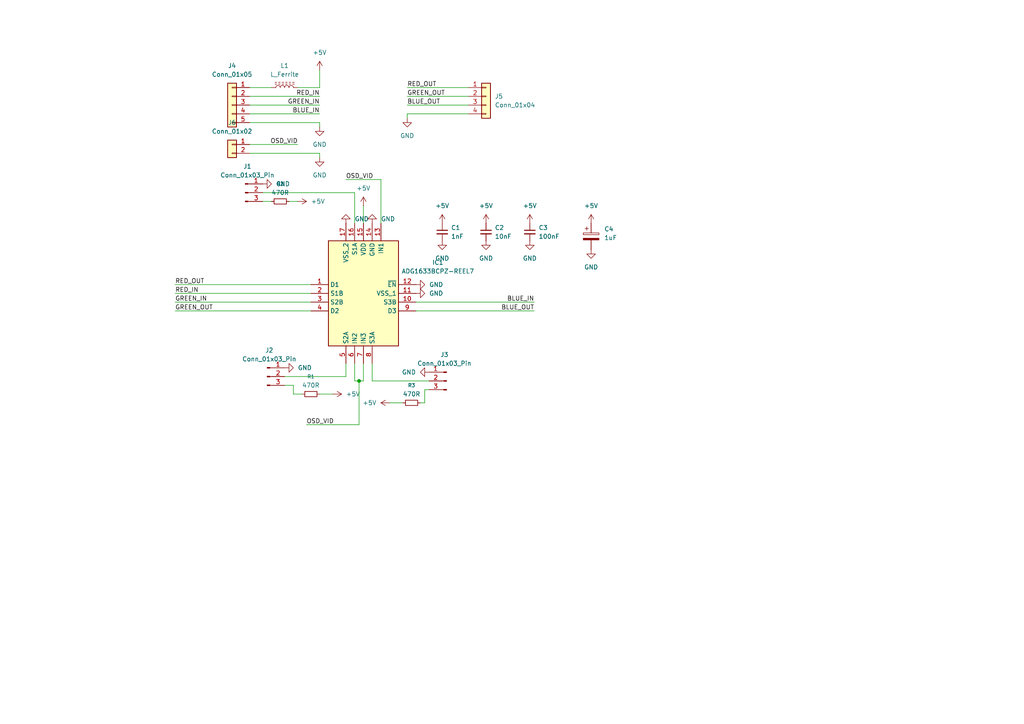
<source format=kicad_sch>
(kicad_sch (version 20250114) (generator "eeschema") (generator_version "9.0")
  (paper "A4")
  (lib_symbols
    (symbol "ADG1633BCPZ-REEL7:ADG1633BCPZ-REEL7"
      (property "Reference" "IC" (at 26.67 17.78 0))
      (property "Value" "ADG1633BCPZ-REEL7" (at 26.67 15.24 0))
      (symbol "ADG1633BCPZ-REEL7_1_1"
        (rectangle (start 5.08 12.7) (end 25.4 -17.78) (stroke (width 0.254)) (fill (type background)))
        (pin passive line (at 0 0 0) (length 5.08) (name "D1") (number "1"))
        (pin passive line (at 0 -2.54 0) (length 5.08) (name "S1B") (number "2"))
        (pin passive line (at 0 -5.08 0) (length 5.08) (name "S2B") (number "3"))
        (pin passive line (at 0 -7.62 0) (length 5.08) (name "D2") (number "4"))
        (pin passive line (at 10.16 17.78 270) (length 5.08) (name "VSS_2") (number "17"))
        (pin passive line (at 10.16 -22.86 90) (length 5.08) (name "S2A") (number "5"))
        (pin passive line (at 12.7 17.78 270) (length 5.08) (name "S1A") (number "16"))
        (pin passive line (at 12.7 -22.86 90) (length 5.08) (name "IN2") (number "6"))
        (pin passive line (at 15.24 17.78 270) (length 5.08) (name "VDD") (number "15"))
        (pin passive line (at 15.24 -22.86 90) (length 5.08) (name "IN3") (number "7"))
        (pin passive line (at 17.78 17.78 270) (length 5.08) (name "GND") (number "14"))
        (pin passive line (at 17.78 -22.86 90) (length 5.08) (name "S3A") (number "8"))
        (pin passive line (at 20.32 17.78 270) (length 5.08) (name "IN1") (number "13"))
        (pin passive line (at 30.48 0 180) (length 5.08) (name "~{EN}") (number "12"))
        (pin passive line (at 30.48 -2.54 180) (length 5.08) (name "VSS_1") (number "11"))
        (pin passive line (at 30.48 -5.08 180) (length 5.08) (name "S3B") (number "10"))
        (pin passive line (at 30.48 -7.62 180) (length 5.08) (name "D3") (number "9"))
      )
    )
    (symbol "Connector:Conn_01x03_Pin" (pin_names (offset 1.016) (hide yes))
      (property "Reference" "J" (at 0 5.08 0))
      (property "Value" "Conn_01x03_Pin" (at 0 -5.08 0))
      (symbol "Conn_01x03_Pin_1_1"
        (rectangle (start 0.8636 2.667) (end 0 2.413) (stroke (width 0.1524)) (fill (type outline)))
        (rectangle (start 0.8636 0.127) (end 0 -0.127) (stroke (width 0.1524)) (fill (type outline)))
        (rectangle (start 0.8636 -2.413) (end 0 -2.667) (stroke (width 0.1524)) (fill (type outline)))
        (polyline (pts (xy 1.27 2.54) (xy 0.8636 2.54)) (stroke (width 0.1524)))
        (polyline (pts (xy 1.27 0) (xy 0.8636 0)) (stroke (width 0.1524)))
        (polyline (pts (xy 1.27 -2.54) (xy 0.8636 -2.54)) (stroke (width 0.1524)))
        (pin passive line (at 5.08 2.54 180) (length 3.81) (name "Pin_1") (number "1"))
        (pin passive line (at 5.08 0 180) (length 3.81) (name "Pin_2") (number "2"))
        (pin passive line (at 5.08 -2.54 180) (length 3.81) (name "Pin_3") (number "3"))
      )
    )
    (symbol "Connector_Generic:Conn_01x02" (pin_names (offset 1.016) (hide yes))
      (property "Reference" "J" (at 0 2.54 0))
      (property "Value" "Conn_01x02" (at 0 -5.08 0))
      (symbol "Conn_01x02_1_1"
        (rectangle (start -1.27 1.27) (end 1.27 -3.81) (stroke (width 0.254)) (fill (type background)))
        (rectangle (start -1.27 0.127) (end 0 -0.127) (stroke (width 0.1524)))
        (rectangle (start -1.27 -2.413) (end 0 -2.667) (stroke (width 0.1524)))
        (pin passive line (at -5.08 0 0) (length 3.81) (name "Pin_1") (number "1"))
        (pin passive line (at -5.08 -2.54 0) (length 3.81) (name "Pin_2") (number "2"))
      )
    )
    (symbol "Connector_Generic:Conn_01x04" (pin_names (offset 1.016) (hide yes))
      (property "Reference" "J" (at 0 5.08 0))
      (property "Value" "Conn_01x04" (at 0 -7.62 0))
      (symbol "Conn_01x04_1_1"
        (rectangle (start -1.27 3.81) (end 1.27 -6.35) (stroke (width 0.254)) (fill (type background)))
        (rectangle (start -1.27 2.667) (end 0 2.413) (stroke (width 0.1524)))
        (rectangle (start -1.27 0.127) (end 0 -0.127) (stroke (width 0.1524)))
        (rectangle (start -1.27 -2.413) (end 0 -2.667) (stroke (width 0.1524)))
        (rectangle (start -1.27 -4.953) (end 0 -5.207) (stroke (width 0.1524)))
        (pin passive line (at -5.08 2.54 0) (length 3.81) (name "Pin_1") (number "1"))
        (pin passive line (at -5.08 0 0) (length 3.81) (name "Pin_2") (number "2"))
        (pin passive line (at -5.08 -2.54 0) (length 3.81) (name "Pin_3") (number "3"))
        (pin passive line (at -5.08 -5.08 0) (length 3.81) (name "Pin_4") (number "4"))
      )
    )
    (symbol "Connector_Generic:Conn_01x05" (pin_names (offset 1.016) (hide yes))
      (property "Reference" "J" (at 0 7.62 0))
      (property "Value" "Conn_01x05" (at 0 -7.62 0))
      (symbol "Conn_01x05_1_1"
        (rectangle (start -1.27 6.35) (end 1.27 -6.35) (stroke (width 0.254)) (fill (type background)))
        (rectangle (start -1.27 5.207) (end 0 4.953) (stroke (width 0.1524)))
        (rectangle (start -1.27 2.667) (end 0 2.413) (stroke (width 0.1524)))
        (rectangle (start -1.27 0.127) (end 0 -0.127) (stroke (width 0.1524)))
        (rectangle (start -1.27 -2.413) (end 0 -2.667) (stroke (width 0.1524)))
        (rectangle (start -1.27 -4.953) (end 0 -5.207) (stroke (width 0.1524)))
        (pin passive line (at -5.08 5.08 0) (length 3.81) (name "Pin_1") (number "1"))
        (pin passive line (at -5.08 2.54 0) (length 3.81) (name "Pin_2") (number "2"))
        (pin passive line (at -5.08 0 0) (length 3.81) (name "Pin_3") (number "3"))
        (pin passive line (at -5.08 -2.54 0) (length 3.81) (name "Pin_4") (number "4"))
        (pin passive line (at -5.08 -5.08 0) (length 3.81) (name "Pin_5") (number "5"))
      )
    )
    (symbol "Device:C_Polarized" (pin_numbers (hide yes)) (pin_names (offset 0.254))
      (property "Reference" "C" (at 0.635 2.54 0))
      (property "Value" "C_Polarized" (at 0.635 -2.54 0))
      (symbol "C_Polarized_0_1"
        (rectangle (start -2.286 0.508) (end 2.286 1.016))
        (polyline (pts (xy -1.778 2.286) (xy -0.762 2.286)))
        (polyline (pts (xy -1.27 2.794) (xy -1.27 1.778)))
        (rectangle (start 2.286 -0.508) (end -2.286 -1.016) (fill (type outline)))
      )
      (symbol "C_Polarized_1_1"
        (pin passive line (at 0 3.81 270) (length 2.794) (name "~") (number "1"))
        (pin passive line (at 0 -3.81 90) (length 2.794) (name "~") (number "2"))
      )
    )
    (symbol "Device:C_Small" (pin_numbers (hide yes)) (pin_names (offset 0.254) (hide yes))
      (property "Reference" "C" (at 0.254 1.778 0))
      (property "Value" "C_Small" (at 0.254 -2.032 0))
      (symbol "C_Small_0_1"
        (polyline (pts (xy -1.524 0.508) (xy 1.524 0.508)) (stroke (width 0.3048)))
        (polyline (pts (xy -1.524 -0.508) (xy 1.524 -0.508)) (stroke (width 0.3302)))
      )
      (symbol "C_Small_1_1"
        (pin passive line (at 0 2.54 270) (length 2.032) (name "~") (number "1"))
        (pin passive line (at 0 -2.54 90) (length 2.032) (name "~") (number "2"))
      )
    )
    (symbol "Device:L_Ferrite" (pin_numbers (hide yes)) (pin_names (offset 1.016) (hide yes))
      (property "Reference" "L" (at -1.27 0 90))
      (property "Value" "L_Ferrite" (at 2.794 0 90))
      (symbol "L_Ferrite_0_1"
        (arc (start 0 2.54) (mid 0.6323 1.905) (end 0 1.27))
        (arc (start 0 1.27) (mid 0.6323 0.635) (end 0 0))
        (arc (start 0 0) (mid 0.6323 -0.635) (end 0 -1.27))
        (arc (start 0 -1.27) (mid 0.6323 -1.905) (end 0 -2.54))
        (polyline (pts (xy 1.016 2.286) (xy 1.016 2.794)))
        (polyline (pts (xy 1.016 1.27) (xy 1.016 1.778)))
        (polyline (pts (xy 1.016 0.254) (xy 1.016 0.762)))
        (polyline (pts (xy 1.016 -0.762) (xy 1.016 -0.254)))
        (polyline (pts (xy 1.016 -1.778) (xy 1.016 -1.27)))
        (polyline (pts (xy 1.016 -2.794) (xy 1.016 -2.286)))
        (polyline (pts (xy 1.524 2.794) (xy 1.524 2.286)))
        (polyline (pts (xy 1.524 1.778) (xy 1.524 1.27)))
        (polyline (pts (xy 1.524 0.762) (xy 1.524 0.254)))
        (polyline (pts (xy 1.524 -0.254) (xy 1.524 -0.762)))
        (polyline (pts (xy 1.524 -1.27) (xy 1.524 -1.778)))
        (polyline (pts (xy 1.524 -2.286) (xy 1.524 -2.794)))
      )
      (symbol "L_Ferrite_1_1"
        (pin passive line (at 0 3.81 270) (length 1.27) (name "1") (number "1"))
        (pin passive line (at 0 -3.81 90) (length 1.27) (name "2") (number "2"))
      )
    )
    (symbol "Device:R_Small" (pin_numbers (hide yes)) (pin_names (offset 0.254) (hide yes))
      (property "Reference" "R" (at 0 0 90))
      (property "Value" "R_Small" (at 1.778 0 90))
      (symbol "R_Small_0_1"
        (rectangle (start -0.762 1.778) (end 0.762 -1.778) (stroke (width 0.2032)))
      )
      (symbol "R_Small_1_1"
        (pin passive line (at 0 2.54 270) (length 0.762) (name "~") (number "1"))
        (pin passive line (at 0 -2.54 90) (length 0.762) (name "~") (number "2"))
      )
    )
    (symbol "power:+5V" (power) (pin_numbers (hide yes)) (pin_names (offset 0) (hide yes))
      (property "Value" "+5V" (at 0 3.556 0))
      (symbol "+5V_0_1"
        (polyline (pts (xy -0.762 1.27) (xy 0 2.54)))
        (polyline (pts (xy 0 2.54) (xy 0.762 1.27)))
        (polyline (pts (xy 0 0) (xy 0 2.54)))
      )
      (symbol "+5V_1_1"
        (pin power_in line (at 0 0 90) (length 0) (name "~") (number "1"))
      )
    )
    (symbol "power:GND" (power) (pin_numbers (hide yes)) (pin_names (offset 0) (hide yes))
      (property "Value" "GND" (at 0 -3.81 0))
      (symbol "GND_0_1"
        (polyline (pts (xy 0 0) (xy 0 -1.27) (xy 1.27 -1.27) (xy 0 -2.54) (xy -1.27 -1.27) (xy 0 -1.27)))
      )
      (symbol "GND_1_1"
        (pin power_in line (at 0 0 270) (length 0) (name "~") (number "1"))
      )
    )
  )
  (junction (at 104.14 110.49))
  (wire (pts (xy 118.11 27.94) (xy 135.89 27.94)))
  (wire (pts (xy 72.39 30.48) (xy 92.71 30.48)))
  (wire (pts (xy 100.33 52.07) (xy 110.49 52.07)))
  (wire (pts (xy 72.39 41.91) (xy 86.36 41.91)))
  (wire (pts (xy 85.09 114.3) (xy 85.09 111.76)))
  (wire (pts (xy 118.11 33.02) (xy 118.11 34.29)))
  (wire (pts (xy 135.89 25.4) (xy 118.11 25.4)))
  (wire (pts (xy 72.39 44.45) (xy 92.71 44.45)))
  (wire (pts (xy 50.8 90.17) (xy 90.17 90.17)))
  (wire (pts (xy 50.8 82.55) (xy 90.17 82.55)))
  (wire (pts (xy 123.19 116.84) (xy 123.19 113.03)))
  (wire (pts (xy 72.39 25.4) (xy 78.74 25.4)))
  (wire (pts (xy 92.71 20.32) (xy 92.71 25.4)))
  (wire (pts (xy 87.63 114.3) (xy 85.09 114.3)))
  (wire (pts (xy 102.87 110.49) (xy 104.14 110.49)))
  (wire (pts (xy 76.2 55.88) (xy 102.87 55.88)))
  (wire (pts (xy 86.36 58.42) (xy 83.82 58.42)))
  (wire (pts (xy 72.39 33.02) (xy 92.71 33.02)))
  (wire (pts (xy 88.9 123.19) (xy 104.14 123.19)))
  (wire (pts (xy 50.8 87.63) (xy 90.17 87.63)))
  (wire (pts (xy 135.89 33.02) (xy 118.11 33.02)))
  (wire (pts (xy 113.03 116.84) (xy 116.84 116.84)))
  (wire (pts (xy 92.71 44.45) (xy 92.71 45.72)))
  (wire (pts (xy 124.46 110.49) (xy 107.95 110.49)))
  (wire (pts (xy 102.87 55.88) (xy 102.87 64.77)))
  (wire (pts (xy 50.8 85.09) (xy 90.17 85.09)))
  (wire (pts (xy 104.14 110.49) (xy 105.41 110.49)))
  (wire (pts (xy 72.39 27.94) (xy 92.71 27.94)))
  (wire (pts (xy 104.14 110.49) (xy 104.14 123.19)))
  (wire (pts (xy 85.09 111.76) (xy 82.55 111.76)))
  (wire (pts (xy 121.92 116.84) (xy 123.19 116.84)))
  (wire (pts (xy 105.41 59.69) (xy 105.41 64.77)))
  (wire (pts (xy 72.39 35.56) (xy 92.71 35.56)))
  (wire (pts (xy 92.71 35.56) (xy 92.71 36.83)))
  (wire (pts (xy 102.87 105.41) (xy 102.87 110.49)))
  (wire (pts (xy 82.55 109.22) (xy 100.33 109.22)))
  (wire (pts (xy 120.65 87.63) (xy 154.94 87.63)))
  (wire (pts (xy 118.11 30.48) (xy 135.89 30.48)))
  (wire (pts (xy 105.41 110.49) (xy 105.41 105.41)))
  (wire (pts (xy 123.19 113.03) (xy 124.46 113.03)))
  (wire (pts (xy 96.52 114.3) (xy 92.71 114.3)))
  (wire (pts (xy 100.33 109.22) (xy 100.33 105.41)))
  (wire (pts (xy 110.49 64.77) (xy 110.49 52.07)))
  (wire (pts (xy 86.36 25.4) (xy 92.71 25.4)))
  (wire (pts (xy 76.2 58.42) (xy 78.74 58.42)))
  (wire (pts (xy 107.95 110.49) (xy 107.95 105.41)))
  (wire (pts (xy 120.65 90.17) (xy 154.94 90.17)))
  (label "OSD_VID" (at 88.9 123.19 0))
  (label "RED_IN" (at 92.71 27.94 180))
  (label "RED_OUT" (at 118.11 25.4 0))
  (label "BLUE_IN" (at 92.71 33.02 180))
  (label "GREEN_IN" (at 92.71 30.48 180))
  (label "RED_IN" (at 50.8 85.09 0))
  (label "RED_OUT" (at 50.8 82.55 0))
  (label "GREEN_OUT" (at 118.11 27.94 0))
  (label "GREEN_IN" (at 50.8 87.63 0))
  (label "OSD_VID" (at 86.36 41.91 180))
  (label "GREEN_OUT" (at 50.8 90.17 0))
  (label "BLUE_OUT" (at 118.11 30.48 0))
  (label "OSD_VID" (at 100.33 52.07 0))
  (label "BLUE_IN" (at 154.94 87.63 180))
  (label "BLUE_OUT" (at 154.94 90.17 180))
  (symbol (lib_id "power:+5V") (at 128.27 64.77 0) (unit 1)
    (property "Reference" "#PWR011" (effects (hide yes)))
    (property "Value" "+5V" (at 128.27 59.69 0))
    (property "Description" "Power symbol creates a global label with name \"+5V\"" (effects (hide yes)))
  )
  (symbol (lib_id "power:GND") (at 76.2 53.34 90) (unit 1)
    (property "Reference" "#PWR04" (effects (hide yes)))
    (property "Value" "GND" (at 80.01 53.3399 90) (effects (justify right)))
    (property "Description" "Power symbol creates a global label with name \"GND\" , ground" (effects (hide yes)))
  )
  (symbol (lib_id "power:GND") (at 92.71 36.83 0) (unit 1)
    (property "Reference" "#PWR020" (effects (hide yes)))
    (property "Value" "GND" (at 92.71 41.91 0))
    (property "Description" "Power symbol creates a global label with name \"GND\" , ground" (effects (hide yes)))
  )
  (symbol (lib_id "power:GND") (at 107.95 64.77 180) (unit 1)
    (property "Reference" "#PWR01" (effects (hide yes)))
    (property "Value" "GND" (at 110.49 63.4999 0) (effects (justify right)))
    (property "Description" "Power symbol creates a global label with name \"GND\" , ground" (effects (hide yes)))
  )
  (symbol (lib_id "Device:C_Polarized") (at 171.45 68.58 0) (unit 1)
    (property "Reference" "C4" (at 175.26 66.4209 0) (effects (justify left)))
    (property "Value" "1uF" (at 175.26 68.9609 0) (effects (justify left)))
    (property "Footprint" "Capacitor_SMD:CP_Elec_4x5.4" (effects (hide yes)))
    (property "Description" "Polarized capacitor" (effects (hide yes)))
  )
  (symbol (lib_id "Connector:Conn_01x03_Pin") (at 129.54 110.49 0) (mirror y) (unit 1)
    (property "Reference" "J3" (at 128.905 102.87 0))
    (property "Value" "Conn_01x03_Pin" (at 128.905 105.41 0))
    (property "Footprint" "Connector_PinHeader_2.54mm:PinHeader_1x03_P2.54mm_Vertical" (effects (hide yes)))
    (property "Description" "Generic connector, single row, 01x03, script generated" (effects (hide yes)))
  )
  (symbol (lib_id "power:+5V") (at 153.67 64.77 0) (unit 1)
    (property "Reference" "#PWR013" (effects (hide yes)))
    (property "Value" "+5V" (at 153.67 59.69 0))
    (property "Description" "Power symbol creates a global label with name \"+5V\"" (effects (hide yes)))
  )
  (symbol (lib_id "Connector_Generic:Conn_01x04") (at 140.97 27.94 0) (unit 1)
    (property "Reference" "J5" (at 143.51 27.9399 0) (effects (justify left)))
    (property "Value" "Conn_01x04" (at 143.51 30.4799 0) (effects (justify left)))
    (property "Footprint" "Connector_PinHeader_2.54mm:PinHeader_1x04_P2.54mm_Vertical" (effects (hide yes)))
    (property "Description" "Generic connector, single row, 01x04, script generated (kicad-library-utils/schlib/autogen/connector/)" (effects (hide yes)))
  )
  (symbol (lib_id "Connector:Conn_01x03_Pin") (at 77.47 109.22 0) (unit 1)
    (property "Reference" "J2" (at 78.105 101.6 0))
    (property "Value" "Conn_01x03_Pin" (at 78.105 104.14 0))
    (property "Footprint" "Connector_PinHeader_2.54mm:PinHeader_1x03_P2.54mm_Vertical" (effects (hide yes)))
    (property "Description" "Generic connector, single row, 01x03, script generated" (effects (hide yes)))
  )
  (symbol (lib_id "power:GND") (at 124.46 107.95 270) (unit 1)
    (property "Reference" "#PWR05" (effects (hide yes)))
    (property "Value" "GND" (at 120.65 107.9499 90) (effects (justify right)))
    (property "Description" "Power symbol creates a global label with name \"GND\" , ground" (effects (hide yes)))
  )
  (symbol (lib_id "power:+5V") (at 113.03 116.84 90) (mirror x) (unit 1)
    (property "Reference" "#PWR010" (effects (hide yes)))
    (property "Value" "+5V" (at 109.22 116.8399 90) (effects (justify left)))
    (property "Description" "Power symbol creates a global label with name \"+5V\"" (effects (hide yes)))
  )
  (symbol (lib_id "power:GND") (at 140.97 69.85 0) (unit 1)
    (property "Reference" "#PWR016" (effects (hide yes)))
    (property "Value" "GND" (at 140.97 74.93 0))
    (property "Description" "Power symbol creates a global label with name \"GND\" , ground" (effects (hide yes)))
  )
  (symbol (lib_id "power:+5V") (at 105.41 59.69 0) (unit 1)
    (property "Reference" "#PWR07" (effects (hide yes)))
    (property "Value" "+5V" (at 105.41 54.61 0))
    (property "Description" "Power symbol creates a global label with name \"+5V\"" (effects (hide yes)))
  )
  (symbol (lib_id "power:+5V") (at 86.36 58.42 270) (unit 1)
    (property "Reference" "#PWR09" (effects (hide yes)))
    (property "Value" "+5V" (at 90.17 58.4199 90) (effects (justify left)))
    (property "Description" "Power symbol creates a global label with name \"+5V\"" (effects (hide yes)))
  )
  (symbol (lib_id "power:+5V") (at 140.97 64.77 0) (unit 1)
    (property "Reference" "#PWR012" (effects (hide yes)))
    (property "Value" "+5V" (at 140.97 59.69 0))
    (property "Description" "Power symbol creates a global label with name \"+5V\"" (effects (hide yes)))
  )
  (symbol (lib_id "power:GND") (at 171.45 72.39 0) (unit 1)
    (property "Reference" "#PWR018" (effects (hide yes)))
    (property "Value" "GND" (at 171.45 77.47 0))
    (property "Description" "Power symbol creates a global label with name \"GND\" , ground" (effects (hide yes)))
  )
  (symbol (lib_id "Device:C_Small") (at 153.67 67.31 0) (unit 1)
    (property "Reference" "C3" (at 156.21 66.0462 0) (effects (justify left)))
    (property "Value" "100nF" (at 156.21 68.5862 0) (effects (justify left)))
    (property "Footprint" "Capacitor_SMD:C_0402_1005Metric" (effects (hide yes)))
    (property "Description" "Unpolarized capacitor, small symbol" (effects (hide yes)))
  )
  (symbol (lib_id "Device:R_Small") (at 119.38 116.84 90) (mirror x) (unit 1)
    (property "Reference" "R3" (at 119.38 111.76 90) (effects (font (size 1.016 1.016))))
    (property "Value" "470R" (at 119.38 114.3 90))
    (property "Footprint" "Capacitor_SMD:C_0402_1005Metric" (effects (hide yes)))
    (property "Description" "Resistor, small symbol" (effects (hide yes)))
  )
  (symbol (lib_id "Connector_Generic:Conn_01x05") (at 67.31 30.48 0) (mirror y) (unit 1)
    (property "Reference" "J4" (at 67.31 19.05 0))
    (property "Value" "Conn_01x05" (at 67.31 21.59 0))
    (property "Footprint" "Connector_PinHeader_2.54mm:PinHeader_1x05_P2.54mm_Vertical" (effects (hide yes)))
    (property "Description" "Generic connector, single row, 01x05, script generated (kicad-library-utils/schlib/autogen/connector/)" (effects (hide yes)))
  )
  (symbol (lib_id "power:GND") (at 120.65 82.55 90) (unit 1)
    (property "Reference" "#PWR02" (effects (hide yes)))
    (property "Value" "GND" (at 124.46 82.5499 90) (effects (justify right)))
    (property "Description" "Power symbol creates a global label with name \"GND\" , ground" (effects (hide yes)))
  )
  (symbol (lib_id "power:GND") (at 120.65 85.09 90) (unit 1)
    (property "Reference" "#PWR06" (effects (hide yes)))
    (property "Value" "GND" (at 124.46 85.0899 90) (effects (justify right)))
    (property "Description" "Power symbol creates a global label with name \"GND\" , ground" (effects (hide yes)))
  )
  (symbol (lib_id "power:+5V") (at 96.52 114.3 270) (unit 1)
    (property "Reference" "#PWR08" (effects (hide yes)))
    (property "Value" "+5V" (at 100.33 114.2999 90) (effects (justify left)))
    (property "Description" "Power symbol creates a global label with name \"+5V\"" (effects (hide yes)))
  )
  (symbol (lib_id "Connector:Conn_01x03_Pin") (at 71.12 55.88 0) (unit 1)
    (property "Reference" "J1" (at 71.755 48.26 0))
    (property "Value" "Conn_01x03_Pin" (at 71.755 50.8 0))
    (property "Footprint" "Connector_PinHeader_2.54mm:PinHeader_1x03_P2.54mm_Vertical" (effects (hide yes)))
    (property "Description" "Generic connector, single row, 01x03, script generated" (effects (hide yes)))
  )
  (symbol (lib_id "power:GND") (at 118.11 34.29 0) (unit 1)
    (property "Reference" "#PWR021" (effects (hide yes)))
    (property "Value" "GND" (at 118.11 39.37 0))
    (property "Description" "Power symbol creates a global label with name \"GND\" , ground" (effects (hide yes)))
  )
  (symbol (lib_id "power:GND") (at 128.27 69.85 0) (unit 1)
    (property "Reference" "#PWR015" (effects (hide yes)))
    (property "Value" "GND" (at 128.27 74.93 0))
    (property "Description" "Power symbol creates a global label with name \"GND\" , ground" (effects (hide yes)))
  )
  (symbol (lib_id "Device:R_Small") (at 90.17 114.3 270) (unit 1)
    (property "Reference" "R1" (at 90.17 109.22 90) (effects (font (size 1.016 1.016))))
    (property "Value" "470R" (at 90.17 111.76 90))
    (property "Footprint" "Capacitor_SMD:C_0402_1005Metric" (effects (hide yes)))
    (property "Description" "Resistor, small symbol" (effects (hide yes)))
  )
  (symbol (lib_id "power:GND") (at 92.71 45.72 0) (unit 1)
    (property "Reference" "#PWR022" (effects (hide yes)))
    (property "Value" "GND" (at 92.71 50.8 0))
    (property "Description" "Power symbol creates a global label with name \"GND\" , ground" (effects (hide yes)))
  )
  (symbol (lib_id "power:GND") (at 100.33 64.77 180) (unit 1)
    (property "Reference" "#PWR023" (effects (hide yes)))
    (property "Value" "GND" (at 102.87 63.4999 0) (effects (justify right)))
    (property "Description" "Power symbol creates a global label with name \"GND\" , ground" (effects (hide yes)))
  )
  (symbol (lib_id "ADG1633BCPZ-REEL7:ADG1633BCPZ-REEL7") (at 90.17 82.55 0) (unit 1)
    (property "Reference" "IC1" (at 127 76.1298 0))
    (property "Value" "ADG1633BCPZ-REEL7" (at 127 78.6698 0))
    (property "Footprint" "Package_DFN_QFN:QFN-16-1EP_4x4mm_P0.5mm_EP2.45x2.45mm" (effects (hide yes)))
    (property "Datasheet" "https://www.analog.com/media/en/technical-documentation/data-sheets/ADG1633_1634.pdf" (effects (hide yes)))
    (property "Description" "ANALOG DEVICES - ADG1633BCPZ-REEL7 - ANALOG SWITCH, TRIPLE, SPDT, LFCSP-16" (effects (hide yes)))
    (property "Height" "0.8" (effects (hide yes)))
    (property "Mouser Part Number" "584-ADG1633BCPZ-R7" (effects (hide yes)))
    (property "Mouser Price/Stock" "https://www.mouser.co.uk/ProductDetail/Analog-Devices/ADG1633BCPZ-REEL7?qs=BpaRKvA4VqHdK4R07JIMrw%3D%3D" (effects (hide yes)))
    (property "Manufacturer_Name" "Analog Devices" (effects (hide yes)))
    (property "Manufacturer_Part_Number" "ADG1633BCPZ-REEL7" (effects (hide yes)))
  )
  (symbol (lib_id "Device:R_Small") (at 81.28 58.42 270) (unit 1)
    (property "Reference" "R2" (at 81.28 53.34 90) (effects (font (size 1.016 1.016))))
    (property "Value" "470R" (at 81.28 55.88 90))
    (property "Footprint" "Capacitor_SMD:C_0402_1005Metric" (effects (hide yes)))
    (property "Description" "Resistor, small symbol" (effects (hide yes)))
  )
  (symbol (lib_id "power:+5V") (at 171.45 64.77 0) (unit 1)
    (property "Reference" "#PWR014" (effects (hide yes)))
    (property "Value" "+5V" (at 171.45 59.69 0))
    (property "Description" "Power symbol creates a global label with name \"+5V\"" (effects (hide yes)))
  )
  (symbol (lib_id "power:GND") (at 153.67 69.85 0) (unit 1)
    (property "Reference" "#PWR017" (effects (hide yes)))
    (property "Value" "GND" (at 153.67 74.93 0))
    (property "Description" "Power symbol creates a global label with name \"GND\" , ground" (effects (hide yes)))
  )
  (symbol (lib_id "Connector_Generic:Conn_01x02") (at 67.31 41.91 0) (mirror y) (unit 1)
    (property "Reference" "J6" (at 67.31 35.56 0))
    (property "Value" "Conn_01x02" (at 67.31 38.1 0))
    (property "Footprint" "Connector_PinHeader_2.54mm:PinHeader_1x02_P2.54mm_Vertical" (effects (hide yes)))
    (property "Description" "Generic connector, single row, 01x02, script generated (kicad-library-utils/schlib/autogen/connector/)" (effects (hide yes)))
  )
  (symbol (lib_id "Device:L_Ferrite") (at 82.55 25.4 90) (unit 1)
    (property "Reference" "L1" (at 82.55 19.05 90))
    (property "Value" "L_Ferrite" (at 82.55 21.59 90))
    (property "Footprint" "Inductor_SMD:L_0603_1608Metric" (effects (hide yes)))
    (property "Description" "Inductor with ferrite core" (effects (hide yes)))
  )
  (symbol (lib_id "power:GND") (at 82.55 106.68 90) (unit 1)
    (property "Reference" "#PWR03" (effects (hide yes)))
    (property "Value" "GND" (at 86.36 106.6799 90) (effects (justify right)))
    (property "Description" "Power symbol creates a global label with name \"GND\" , ground" (effects (hide yes)))
  )
  (symbol (lib_id "Device:C_Small") (at 140.97 67.31 0) (unit 1)
    (property "Reference" "C2" (at 143.51 66.0462 0) (effects (justify left)))
    (property "Value" "10nF" (at 143.51 68.5862 0) (effects (justify left)))
    (property "Footprint" "Capacitor_SMD:C_0402_1005Metric" (effects (hide yes)))
    (property "Description" "Unpolarized capacitor, small symbol" (effects (hide yes)))
  )
  (symbol (lib_id "power:+5V") (at 92.71 20.32 0) (unit 1)
    (property "Reference" "#PWR019" (effects (hide yes)))
    (property "Value" "+5V" (at 92.71 15.24 0))
    (property "Description" "Power symbol creates a global label with name \"+5V\"" (effects (hide yes)))
  )
  (symbol (lib_id "Device:C_Small") (at 128.27 67.31 0) (unit 1)
    (property "Reference" "C1" (at 130.81 66.0462 0) (effects (justify left)))
    (property "Value" "1nF" (at 130.81 68.5862 0) (effects (justify left)))
    (property "Footprint" "Capacitor_SMD:C_0402_1005Metric" (effects (hide yes)))
    (property "Description" "Unpolarized capacitor, small symbol" (effects (hide yes)))
  )
)
</source>
